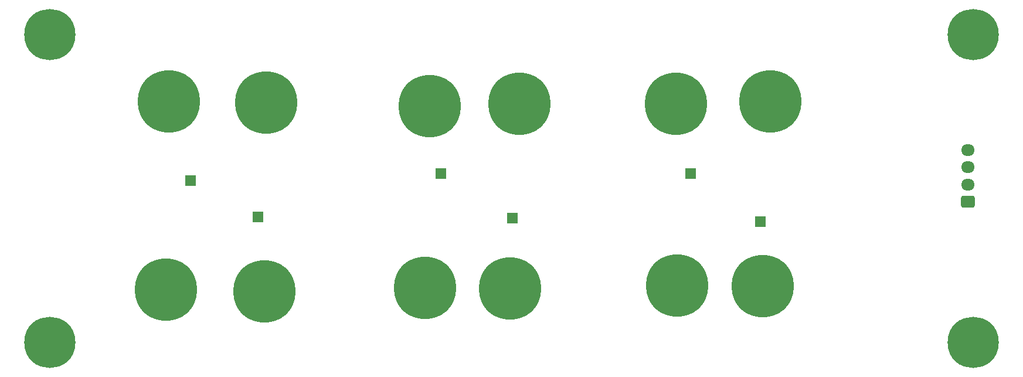
<source format=gbr>
%TF.GenerationSoftware,KiCad,Pcbnew,7.0.7*%
%TF.CreationDate,2024-01-12T20:40:26-05:00*%
%TF.ProjectId,new current sensor,6e657720-6375-4727-9265-6e742073656e,rev?*%
%TF.SameCoordinates,Original*%
%TF.FileFunction,Soldermask,Bot*%
%TF.FilePolarity,Negative*%
%FSLAX46Y46*%
G04 Gerber Fmt 4.6, Leading zero omitted, Abs format (unit mm)*
G04 Created by KiCad (PCBNEW 7.0.7) date 2024-01-12 20:40:26*
%MOMM*%
%LPD*%
G01*
G04 APERTURE LIST*
G04 Aperture macros list*
%AMRoundRect*
0 Rectangle with rounded corners*
0 $1 Rounding radius*
0 $2 $3 $4 $5 $6 $7 $8 $9 X,Y pos of 4 corners*
0 Add a 4 corners polygon primitive as box body*
4,1,4,$2,$3,$4,$5,$6,$7,$8,$9,$2,$3,0*
0 Add four circle primitives for the rounded corners*
1,1,$1+$1,$2,$3*
1,1,$1+$1,$4,$5*
1,1,$1+$1,$6,$7*
1,1,$1+$1,$8,$9*
0 Add four rect primitives between the rounded corners*
20,1,$1+$1,$2,$3,$4,$5,0*
20,1,$1+$1,$4,$5,$6,$7,0*
20,1,$1+$1,$6,$7,$8,$9,0*
20,1,$1+$1,$8,$9,$2,$3,0*%
G04 Aperture macros list end*
%ADD10C,7.400000*%
%ADD11RoundRect,0.250000X-0.550000X-0.550000X0.550000X-0.550000X0.550000X0.550000X-0.550000X0.550000X0*%
%ADD12C,9.000000*%
%ADD13RoundRect,0.250000X0.725000X-0.600000X0.725000X0.600000X-0.725000X0.600000X-0.725000X-0.600000X0*%
%ADD14O,1.950000X1.700000*%
G04 APERTURE END LIST*
D10*
%TO.C,REF\u002A\u002A*%
X241300000Y-38100000D03*
%TD*%
%TO.C,REF\u002A\u002A*%
X107950000Y-38100000D03*
%TD*%
%TO.C,REF\u002A\u002A*%
X107950000Y-82550000D03*
%TD*%
%TO.C,REF\u002A\u002A*%
X241300000Y-82550000D03*
%TD*%
D11*
%TO.C,TP1*%
X137949139Y-64454800D03*
%TD*%
D12*
%TO.C,H6.1*%
X162113397Y-74698097D03*
%TD*%
%TO.C,H5.2*%
X210850000Y-74400000D03*
%TD*%
%TO.C,H6.2*%
X174413397Y-74798097D03*
%TD*%
D11*
%TO.C,TP4*%
X164360000Y-58205000D03*
%TD*%
D12*
%TO.C,H4.1*%
X124699139Y-74954800D03*
%TD*%
%TO.C,H2.2*%
X198350000Y-48050000D03*
%TD*%
D11*
%TO.C,TP3*%
X174763397Y-64598097D03*
%TD*%
D12*
%TO.C,H1.1*%
X175750000Y-48050000D03*
%TD*%
D13*
%TO.C,J1*%
X240550000Y-62250000D03*
D14*
X240550000Y-59750000D03*
X240550000Y-57250000D03*
X240550000Y-54750000D03*
%TD*%
D12*
%TO.C,H3.2*%
X125100000Y-47750000D03*
%TD*%
%TO.C,H1.2*%
X162750000Y-48400000D03*
%TD*%
D11*
%TO.C,TP5*%
X200500000Y-58150000D03*
%TD*%
D12*
%TO.C,H2.1*%
X212000000Y-47750000D03*
%TD*%
%TO.C,H3.1*%
X139150000Y-47900000D03*
%TD*%
D11*
%TO.C,TP2*%
X210505000Y-65127500D03*
%TD*%
D12*
%TO.C,H5.1*%
X198550000Y-74300000D03*
%TD*%
%TO.C,H4.2*%
X138949139Y-75154800D03*
%TD*%
D11*
%TO.C,TP6*%
X128224895Y-59165105D03*
%TD*%
M02*

</source>
